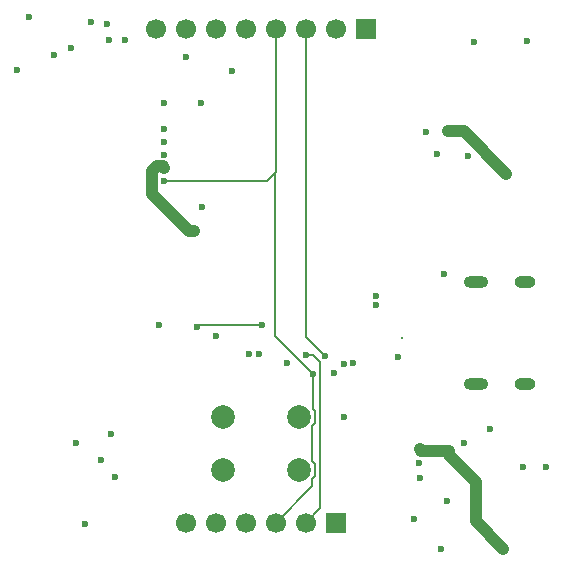
<source format=gbr>
%TF.GenerationSoftware,KiCad,Pcbnew,9.0.1*%
%TF.CreationDate,2025-09-03T21:59:16+02:00*%
%TF.ProjectId,cartouche v1,63617274-6f75-4636-9865-2076312e6b69,rev?*%
%TF.SameCoordinates,Original*%
%TF.FileFunction,Copper,L3,Inr*%
%TF.FilePolarity,Positive*%
%FSLAX46Y46*%
G04 Gerber Fmt 4.6, Leading zero omitted, Abs format (unit mm)*
G04 Created by KiCad (PCBNEW 9.0.1) date 2025-09-03 21:59:16*
%MOMM*%
%LPD*%
G01*
G04 APERTURE LIST*
%TA.AperFunction,ComponentPad*%
%ADD10C,2.000000*%
%TD*%
%TA.AperFunction,ComponentPad*%
%ADD11R,1.700000X1.700000*%
%TD*%
%TA.AperFunction,ComponentPad*%
%ADD12C,1.700000*%
%TD*%
%TA.AperFunction,HeatsinkPad*%
%ADD13O,2.100000X1.000000*%
%TD*%
%TA.AperFunction,HeatsinkPad*%
%ADD14O,1.800000X1.000000*%
%TD*%
%TA.AperFunction,ViaPad*%
%ADD15C,0.600000*%
%TD*%
%TA.AperFunction,ViaPad*%
%ADD16C,0.300000*%
%TD*%
%TA.AperFunction,Conductor*%
%ADD17C,1.000000*%
%TD*%
%TA.AperFunction,Conductor*%
%ADD18C,0.200000*%
%TD*%
G04 APERTURE END LIST*
D10*
%TO.N,Net-(R3-Pad2)*%
%TO.C,S1*%
X147024999Y-114150000D03*
X153524999Y-114150000D03*
%TO.N,GND*%
X147024999Y-118650000D03*
X153524999Y-118650000D03*
%TD*%
D11*
%TO.N,GND*%
%TO.C,U4*%
X159164999Y-81300000D03*
D12*
%TO.N,Vout3v3*%
X156624999Y-81300000D03*
%TO.N,SPI SCK*%
X154084999Y-81300000D03*
%TO.N,SPI MOSI*%
X151544999Y-81300000D03*
%TO.N,Net-(U4-RES)*%
X149004999Y-81300000D03*
%TO.N,\u00C9cran D{slash}C*%
X146464999Y-81300000D03*
%TO.N,Net-(U4-CS)*%
X143924999Y-81300000D03*
%TO.N,Vout3v3*%
X141384999Y-81300000D03*
%TD*%
D11*
%TO.N,GND*%
%TO.C,J2*%
X156624999Y-123100000D03*
D12*
%TO.N,CS Console*%
X154084999Y-123100000D03*
%TO.N,SPI MOSI*%
X151544999Y-123100000D03*
%TO.N,SPI MISO*%
X149004999Y-123100000D03*
%TO.N,SPI SCK*%
X146464999Y-123100000D03*
%TO.N,+5V*%
X143924999Y-123100000D03*
%TD*%
D13*
%TO.N,GND*%
%TO.C,USB-C*%
X168485000Y-111370000D03*
D14*
X172665000Y-111370000D03*
D13*
X168485000Y-102730000D03*
D14*
X172665000Y-102730000D03*
%TD*%
D15*
%TO.N,Net-(U_TC4056A1-STDBY)*%
X137400000Y-82202767D03*
%TO.N,Net-(U_TC4056A1-CHRG)*%
X138800000Y-82200000D03*
%TO.N,Net-(Q1-S)*%
X166150000Y-89950000D03*
X171050000Y-93550000D03*
%TO.N,Vout3v3*%
X168300000Y-82400000D03*
X172800000Y-82360000D03*
%TO.N,+5V*%
X166050000Y-121250000D03*
%TO.N,3v3*%
X134612500Y-116387500D03*
X137900000Y-119200000D03*
%TO.N,GND*%
X165500000Y-125300000D03*
X142087500Y-90850000D03*
D16*
X162200000Y-107500000D03*
D15*
%TO.N,OUT+*%
X141600000Y-106400000D03*
X165200000Y-91875000D03*
X163700000Y-116900000D03*
X170800000Y-125300000D03*
%TO.N,+5V*%
X137200000Y-80900000D03*
X169700000Y-115200000D03*
%TO.N,Vout3v3*%
X142100000Y-93050000D03*
X130600000Y-80300000D03*
X134225000Y-82900000D03*
X144600000Y-98400000D03*
%TO.N,Vin*%
X135400000Y-123200000D03*
X164250000Y-90000000D03*
X167800000Y-92100000D03*
%TO.N,Net-(U_polux1-VAUX)*%
X136700000Y-117800000D03*
X137600000Y-115600000D03*
%TO.N,SPI MOSI*%
X142100000Y-94200000D03*
X154700000Y-110500000D03*
%TO.N,SPI MISO*%
X142087500Y-89750000D03*
X156500000Y-110400000D03*
%TO.N,SPI SCK*%
X142087500Y-91950000D03*
X155700000Y-109000000D03*
%TO.N,CS Console*%
X154100000Y-108900000D03*
%TO.N,LEDrgb*%
X160000000Y-103900000D03*
X135900000Y-80700000D03*
%TO.N,Net-(Q3-G2)*%
X167500000Y-116400000D03*
X174400000Y-118362500D03*
%TO.N,Net-(Q3-G1)*%
X163200000Y-122800000D03*
X172500000Y-118362500D03*
%TO.N,Net-(U_TC4056A1-CHRG)*%
X163700000Y-119356348D03*
%TO.N,Net-(U_TC4056A1-STDBY)*%
X163678652Y-118065000D03*
%TO.N,CS_sdcard*%
X145300000Y-96400000D03*
X152500000Y-109600000D03*
%TO.N,CD*%
X157300000Y-109700000D03*
X145200000Y-87600000D03*
%TO.N,Boot Mode Select*%
X132725000Y-83550000D03*
X158100000Y-109600000D03*
%TO.N,Net-(U4-CS)*%
X143900000Y-83700000D03*
%TO.N,CS \u00C9cran*%
X147800000Y-84900000D03*
X150100000Y-108800000D03*
%TO.N,Net-(U4-RES)*%
X144900000Y-106500000D03*
X150400000Y-106400000D03*
%TO.N,SW-reset*%
X129615472Y-84755913D03*
X146500000Y-107300000D03*
%TO.N,SW-1*%
X160000000Y-104700000D03*
X157300000Y-114200000D03*
%TO.N,Net-(U3-CD)*%
X142087500Y-87550000D03*
%TO.N,\u00C9cran D{slash}C*%
X149300000Y-108800000D03*
X149300000Y-108800000D03*
X149300000Y-108800000D03*
%TO.N,OUT+*%
X161900000Y-109100000D03*
%TO.N,+5V*%
X165750000Y-102050000D03*
%TD*%
D17*
%TO.N,Net-(Q1-S)*%
X171050000Y-93550000D02*
X167450000Y-89950000D01*
X167450000Y-89950000D02*
X166150000Y-89950000D01*
%TO.N,OUT+*%
X166200000Y-117400000D02*
X166200000Y-117000000D01*
X168450000Y-119650000D02*
X166200000Y-117400000D01*
X170800000Y-125300000D02*
X168450000Y-122950000D01*
X168450000Y-122950000D02*
X168450000Y-119650000D01*
X166200000Y-117000000D02*
X163800000Y-117000000D01*
X163800000Y-117000000D02*
X163700000Y-116900000D01*
%TO.N,Vout3v3*%
X144600000Y-98400000D02*
X144200000Y-98400000D01*
X144200000Y-98400000D02*
X141050000Y-95250000D01*
X141050000Y-95250000D02*
X141050000Y-93350000D01*
X141050000Y-93350000D02*
X141450000Y-92950000D01*
X141450000Y-92950000D02*
X142000000Y-92950000D01*
X142000000Y-92950000D02*
X142100000Y-93050000D01*
D18*
%TO.N,SPI MOSI*%
X151500000Y-107300000D02*
X151500000Y-93500000D01*
X154600000Y-114914891D02*
X154825999Y-114688892D01*
X150700000Y-94200000D02*
X142100000Y-94200000D01*
X154600000Y-120044999D02*
X154600000Y-119414891D01*
X154825999Y-119188892D02*
X154825999Y-118111108D01*
X154825999Y-114688892D02*
X154825999Y-113611108D01*
X154600000Y-119414891D02*
X154825999Y-119188892D01*
X154825999Y-118111108D02*
X154600000Y-117885109D01*
X154700000Y-110500000D02*
X151500000Y-107300000D01*
X150800000Y-94200000D02*
X150700000Y-94200000D01*
X151544999Y-81300000D02*
X151544999Y-93455001D01*
X151544999Y-123100000D02*
X154600000Y-120044999D01*
X154825999Y-113611108D02*
X154700000Y-113485109D01*
X154600000Y-117885109D02*
X154600000Y-114914891D01*
X154700000Y-113485109D02*
X154700000Y-110500000D01*
X150900000Y-94100000D02*
X150800000Y-94200000D01*
X151544999Y-93455001D02*
X151500000Y-93500000D01*
X151500000Y-93500000D02*
X150900000Y-94100000D01*
%TO.N,SPI SCK*%
X142087500Y-92087500D02*
X142100000Y-92100000D01*
X154084999Y-81300000D02*
X154084999Y-107384999D01*
X142087500Y-91950000D02*
X142087500Y-92087500D01*
X154084999Y-107384999D02*
X155700000Y-109000000D01*
%TO.N,CS Console*%
X154667100Y-108900000D02*
X155301000Y-109533900D01*
X154100000Y-108900000D02*
X154667100Y-108900000D01*
X155301000Y-121883999D02*
X154084999Y-123100000D01*
X155301000Y-109533900D02*
X155301000Y-121883999D01*
%TO.N,Net-(U4-RES)*%
X145000000Y-106400000D02*
X144900000Y-106500000D01*
X150400000Y-106400000D02*
X145000000Y-106400000D01*
%TD*%
M02*

</source>
